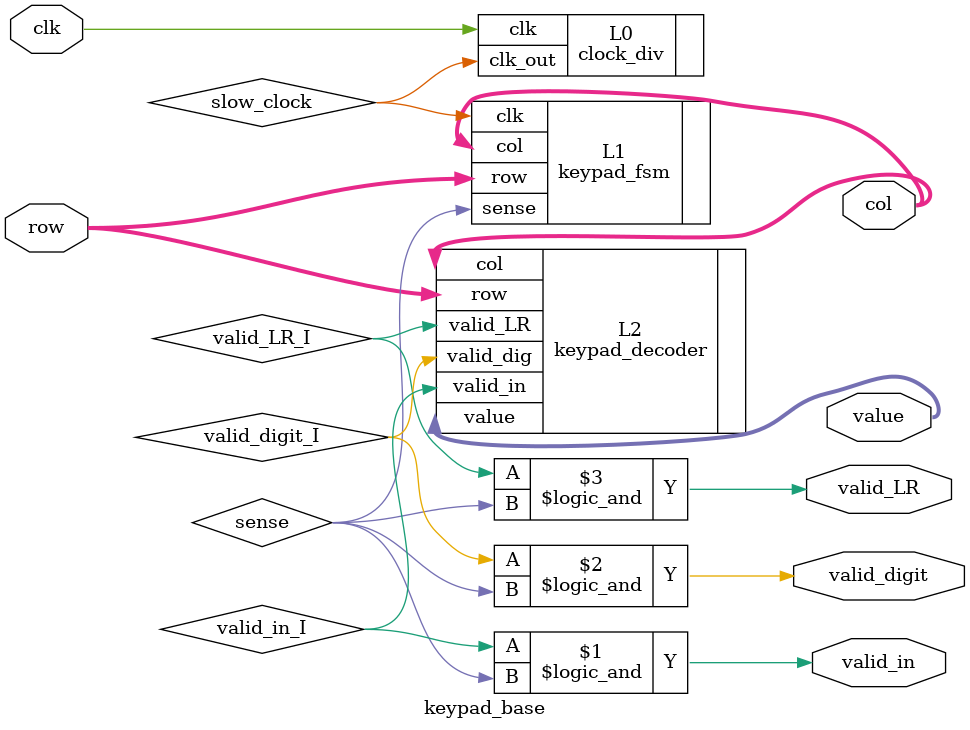
<source format=v>
module keypad_base
(
	input clk,
	input [3:0] row,
	output [3:0] col,
	output [3:0] value,
	output valid_in,
	output valid_digit,
	output valid_LR
);

wire slow_clock;
wire sense;
wire valid_in_I;
wire valid_digit_I;
wire valid_LR_I;

clock_div #(.DIV(100000)) L0 // 50MHz to 500Hz
(
	.clk(clk),
	.clk_out(slow_clock)
);

keypad_fsm L1
(
	.clk(slow_clock),
	.row(row),
	.col(col),
	.sense(sense)
);

keypad_decoder L2
(
	.row(row),
	.col(col),
	.value(value),
	.valid_in(valid_in_I),
	.valid_dig(valid_digit_I),
	.valid_LR(valid_LR_I)
);

assign valid_in = valid_in_I && sense;
assign valid_digit = valid_digit_I && sense;
assign valid_LR = valid_LR_I && sense;

endmodule

</source>
